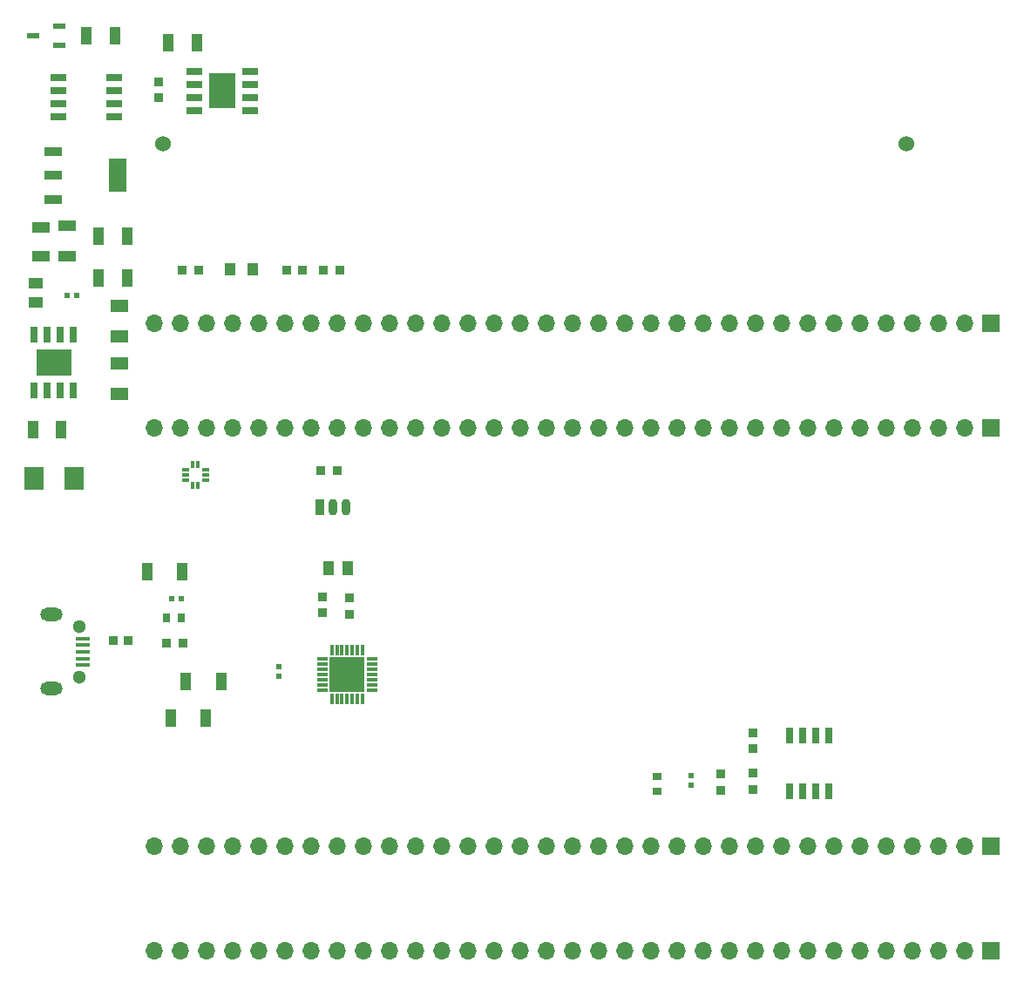
<source format=gbr>
%TF.GenerationSoftware,KiCad,Pcbnew,(6.0.2-0)*%
%TF.CreationDate,2022-03-20T10:30:07+02:00*%
%TF.ProjectId,main,6d61696e-2e6b-4696-9361-645f70636258,rev?*%
%TF.SameCoordinates,Original*%
%TF.FileFunction,Soldermask,Bot*%
%TF.FilePolarity,Negative*%
%FSLAX46Y46*%
G04 Gerber Fmt 4.6, Leading zero omitted, Abs format (unit mm)*
G04 Created by KiCad (PCBNEW (6.0.2-0)) date 2022-03-20 10:30:07*
%MOMM*%
%LPD*%
G01*
G04 APERTURE LIST*
%ADD10R,1.700000X1.700000*%
%ADD11O,1.700000X1.700000*%
%ADD12C,1.524000*%
%ADD13R,0.650000X1.525000*%
%ADD14R,0.950000X0.900000*%
%ADD15R,0.900000X0.950000*%
%ADD16R,1.750000X0.950000*%
%ADD17R,1.750000X3.200000*%
%ADD18R,0.864000X0.806000*%
%ADD19R,1.701000X1.208000*%
%ADD20R,1.050000X1.820000*%
%ADD21R,1.100000X1.700000*%
%ADD22R,1.525000X0.700000*%
%ADD23R,2.513000X3.402000*%
%ADD24R,1.400000X0.400000*%
%ADD25C,1.300000*%
%ADD26O,2.200000X1.300000*%
%ADD27R,0.620000X0.600000*%
%ADD28R,1.820000X1.050000*%
%ADD29R,1.750000X1.050000*%
%ADD30R,1.000000X0.300000*%
%ADD31R,0.300000X1.000000*%
%ADD32R,3.350000X3.350000*%
%ADD33R,0.600000X0.620000*%
%ADD34R,0.900000X1.600000*%
%ADD35O,0.900000X1.600000*%
%ADD36R,1.900000X2.200000*%
%ADD37R,0.700000X1.525000*%
%ADD38R,3.402000X2.513000*%
%ADD39R,1.450000X1.000000*%
%ADD40R,1.525000X0.650000*%
%ADD41R,0.300000X0.800000*%
%ADD42R,0.800000X0.300000*%
%ADD43R,0.940000X0.730000*%
%ADD44R,1.000000X1.250000*%
%ADD45R,1.000000X1.450000*%
%ADD46R,1.200000X0.600000*%
%ADD47R,0.730000X0.940000*%
G04 APERTURE END LIST*
D10*
%TO.C,J2*%
X185280000Y-75610000D03*
D11*
X182740000Y-75610000D03*
X180200000Y-75610000D03*
X177660000Y-75610000D03*
X175120000Y-75610000D03*
X172580000Y-75610000D03*
X170040000Y-75610000D03*
X167500000Y-75610000D03*
X164960000Y-75610000D03*
X162420000Y-75610000D03*
X159880000Y-75610000D03*
X157340000Y-75610000D03*
X154800000Y-75610000D03*
X152260000Y-75610000D03*
X149720000Y-75610000D03*
X147180000Y-75610000D03*
X144640000Y-75610000D03*
X142100000Y-75610000D03*
X139560000Y-75610000D03*
X137020000Y-75610000D03*
X134480000Y-75610000D03*
X131940000Y-75610000D03*
X129400000Y-75610000D03*
X126860000Y-75610000D03*
X124320000Y-75610000D03*
X121780000Y-75610000D03*
X119240000Y-75610000D03*
X116700000Y-75610000D03*
X114160000Y-75610000D03*
X111620000Y-75610000D03*
X109080000Y-75610000D03*
X106540000Y-75610000D03*
X104000000Y-75610000D03*
%TD*%
D10*
%TO.C,J1*%
X185280000Y-65450000D03*
D11*
X182740000Y-65450000D03*
X180200000Y-65450000D03*
X177660000Y-65450000D03*
X175120000Y-65450000D03*
X172580000Y-65450000D03*
X170040000Y-65450000D03*
X167500000Y-65450000D03*
X164960000Y-65450000D03*
X162420000Y-65450000D03*
X159880000Y-65450000D03*
X157340000Y-65450000D03*
X154800000Y-65450000D03*
X152260000Y-65450000D03*
X149720000Y-65450000D03*
X147180000Y-65450000D03*
X144640000Y-65450000D03*
X142100000Y-65450000D03*
X139560000Y-65450000D03*
X137020000Y-65450000D03*
X134480000Y-65450000D03*
X131940000Y-65450000D03*
X129400000Y-65450000D03*
X126860000Y-65450000D03*
X124320000Y-65450000D03*
X121780000Y-65450000D03*
X119240000Y-65450000D03*
X116700000Y-65450000D03*
X114160000Y-65450000D03*
X111620000Y-65450000D03*
X109080000Y-65450000D03*
X106540000Y-65450000D03*
X104000000Y-65450000D03*
%TD*%
D10*
%TO.C,J4*%
X185280000Y-126410000D03*
D11*
X182740000Y-126410000D03*
X180200000Y-126410000D03*
X177660000Y-126410000D03*
X175120000Y-126410000D03*
X172580000Y-126410000D03*
X170040000Y-126410000D03*
X167500000Y-126410000D03*
X164960000Y-126410000D03*
X162420000Y-126410000D03*
X159880000Y-126410000D03*
X157340000Y-126410000D03*
X154800000Y-126410000D03*
X152260000Y-126410000D03*
X149720000Y-126410000D03*
X147180000Y-126410000D03*
X144640000Y-126410000D03*
X142100000Y-126410000D03*
X139560000Y-126410000D03*
X137020000Y-126410000D03*
X134480000Y-126410000D03*
X131940000Y-126410000D03*
X129400000Y-126410000D03*
X126860000Y-126410000D03*
X124320000Y-126410000D03*
X121780000Y-126410000D03*
X119240000Y-126410000D03*
X116700000Y-126410000D03*
X114160000Y-126410000D03*
X111620000Y-126410000D03*
X109080000Y-126410000D03*
X106540000Y-126410000D03*
X104000000Y-126410000D03*
%TD*%
D12*
%TO.C,BT1*%
X177110000Y-48000000D03*
X104890000Y-48000000D03*
%TD*%
D10*
%TO.C,J3*%
X185280000Y-116250000D03*
D11*
X182740000Y-116250000D03*
X180200000Y-116250000D03*
X177660000Y-116250000D03*
X175120000Y-116250000D03*
X172580000Y-116250000D03*
X170040000Y-116250000D03*
X167500000Y-116250000D03*
X164960000Y-116250000D03*
X162420000Y-116250000D03*
X159880000Y-116250000D03*
X157340000Y-116250000D03*
X154800000Y-116250000D03*
X152260000Y-116250000D03*
X149720000Y-116250000D03*
X147180000Y-116250000D03*
X144640000Y-116250000D03*
X142100000Y-116250000D03*
X139560000Y-116250000D03*
X137020000Y-116250000D03*
X134480000Y-116250000D03*
X131940000Y-116250000D03*
X129400000Y-116250000D03*
X126860000Y-116250000D03*
X124320000Y-116250000D03*
X121780000Y-116250000D03*
X119240000Y-116250000D03*
X116700000Y-116250000D03*
X114160000Y-116250000D03*
X111620000Y-116250000D03*
X109080000Y-116250000D03*
X106540000Y-116250000D03*
X104000000Y-116250000D03*
%TD*%
D13*
%TO.C,U3*%
X165735000Y-105517400D03*
X167005000Y-105517400D03*
X168275000Y-105517400D03*
X169545000Y-105517400D03*
X169545000Y-110941400D03*
X168275000Y-110941400D03*
X167005000Y-110941400D03*
X165735000Y-110941400D03*
%TD*%
D14*
%TO.C,R13*%
X123000000Y-93750000D03*
X123000000Y-92150000D03*
%TD*%
D15*
%TO.C,R11*%
X106800000Y-96500000D03*
X105200000Y-96500000D03*
%TD*%
D16*
%TO.C,IC4*%
X94182400Y-53379400D03*
X94182400Y-51079400D03*
X94182400Y-48779400D03*
D17*
X100482400Y-51079400D03*
%TD*%
D18*
%TO.C,R10*%
X162204400Y-106756200D03*
X162204400Y-105250200D03*
%TD*%
D19*
%TO.C,R3*%
X100600000Y-63792000D03*
X100600000Y-66750000D03*
%TD*%
D20*
%TO.C,C4*%
X100214400Y-37490400D03*
X97434400Y-37490400D03*
%TD*%
%TO.C,C8*%
X101390000Y-56946800D03*
X98610000Y-56946800D03*
%TD*%
D21*
%TO.C,D6*%
X105650000Y-103800000D03*
X109050000Y-103800000D03*
%TD*%
D22*
%TO.C,IC3*%
X107938000Y-44755000D03*
X107938000Y-43485000D03*
X107938000Y-42215000D03*
X107938000Y-40945000D03*
X113362000Y-40945000D03*
X113362000Y-42215000D03*
X113362000Y-43485000D03*
X113362000Y-44755000D03*
D23*
X110650000Y-42850000D03*
%TD*%
D24*
%TO.C,U4*%
X97077000Y-98658200D03*
X97077000Y-98008200D03*
X97077000Y-97358200D03*
X97077000Y-96708200D03*
X97077000Y-96058200D03*
D25*
X96705000Y-94933200D03*
D26*
X94035000Y-93758200D03*
X94035000Y-100958200D03*
D25*
X96705000Y-99783200D03*
%TD*%
D14*
%TO.C,R8*%
X159054800Y-109258200D03*
X159054800Y-110858200D03*
%TD*%
D15*
%TO.C,D1*%
X116898000Y-60248800D03*
X118398000Y-60248800D03*
%TD*%
D21*
%TO.C,D4*%
X106750000Y-89550000D03*
X103350000Y-89550000D03*
%TD*%
D27*
%TO.C,C12*%
X116150000Y-98800000D03*
X116150000Y-99720000D03*
%TD*%
D28*
%TO.C,C3*%
X93000000Y-56110000D03*
X93000000Y-58890000D03*
%TD*%
D14*
%TO.C,D8*%
X120400000Y-93550000D03*
X120400000Y-92050000D03*
%TD*%
D21*
%TO.C,D5*%
X110500000Y-100250000D03*
X107100000Y-100250000D03*
%TD*%
D29*
%TO.C,R5*%
X95550000Y-56000000D03*
X95550000Y-58900000D03*
%TD*%
D30*
%TO.C,IC5*%
X120358200Y-101068000D03*
X120358200Y-100568000D03*
X120358200Y-100068000D03*
X120358200Y-99568000D03*
X120358200Y-99068000D03*
X120358200Y-98568000D03*
X120358200Y-98068000D03*
D31*
X121258200Y-97168000D03*
X121758200Y-97168000D03*
X122258200Y-97168000D03*
X122758200Y-97168000D03*
X123258200Y-97168000D03*
X123758200Y-97168000D03*
X124258200Y-97168000D03*
D30*
X125158200Y-98068000D03*
X125158200Y-98568000D03*
X125158200Y-99068000D03*
X125158200Y-99568000D03*
X125158200Y-100068000D03*
X125158200Y-100568000D03*
X125158200Y-101068000D03*
D31*
X124258200Y-101968000D03*
X123758200Y-101968000D03*
X123258200Y-101968000D03*
X122758200Y-101968000D03*
X122258200Y-101968000D03*
X121758200Y-101968000D03*
X121258200Y-101968000D03*
D32*
X122758200Y-99568000D03*
%TD*%
D33*
%TO.C,C5*%
X96450000Y-62700000D03*
X95530000Y-62700000D03*
%TD*%
D14*
%TO.C,R9*%
X162179000Y-110769400D03*
X162179000Y-109169400D03*
%TD*%
D34*
%TO.C,U1*%
X120142000Y-83341690D03*
D35*
X121412000Y-83341690D03*
X122682000Y-83341690D03*
%TD*%
D36*
%TO.C,L1*%
X92350000Y-80500000D03*
X96250000Y-80500000D03*
%TD*%
D19*
%TO.C,R4*%
X100600000Y-69350000D03*
X100600000Y-72308000D03*
%TD*%
D37*
%TO.C,IC2*%
X96155000Y-71962000D03*
X94885000Y-71962000D03*
X93615000Y-71962000D03*
X92345000Y-71962000D03*
X92345000Y-66538000D03*
X93615000Y-66538000D03*
X94885000Y-66538000D03*
X96155000Y-66538000D03*
D38*
X94250000Y-69250000D03*
%TD*%
D39*
%TO.C,R6*%
X92500000Y-61550000D03*
X92500000Y-63450000D03*
%TD*%
D40*
%TO.C,IC1*%
X100121000Y-41529000D03*
X100121000Y-42799000D03*
X100121000Y-44069000D03*
X100121000Y-45339000D03*
X94697000Y-45339000D03*
X94697000Y-44069000D03*
X94697000Y-42799000D03*
X94697000Y-41529000D03*
%TD*%
D41*
%TO.C,U2*%
X107776200Y-79187800D03*
X108276200Y-79187800D03*
D42*
X108976200Y-79687800D03*
X108976200Y-80187800D03*
X108976200Y-80687800D03*
D41*
X108276200Y-81187800D03*
X107776200Y-81187800D03*
D42*
X107076200Y-80687800D03*
X107076200Y-80187800D03*
X107076200Y-79687800D03*
%TD*%
D43*
%TO.C,C6*%
X152857200Y-109499400D03*
X152857200Y-110919400D03*
%TD*%
D27*
%TO.C,C10*%
X156210000Y-109372400D03*
X156210000Y-110292400D03*
%TD*%
D14*
%TO.C,R7*%
X104400000Y-43550000D03*
X104400000Y-41950000D03*
%TD*%
D15*
%TO.C,D7*%
X100000000Y-96250000D03*
X101500000Y-96250000D03*
%TD*%
D20*
%TO.C,C7*%
X101390000Y-61061600D03*
X98610000Y-61061600D03*
%TD*%
%TO.C,C1*%
X92220000Y-75750000D03*
X95000000Y-75750000D03*
%TD*%
D15*
%TO.C,C9*%
X121793000Y-79781400D03*
X120193000Y-79781400D03*
%TD*%
%TO.C,R1*%
X122079400Y-60248800D03*
X120479400Y-60248800D03*
%TD*%
D44*
%TO.C,D2*%
X113545200Y-60223400D03*
X111345200Y-60223400D03*
%TD*%
D20*
%TO.C,C2*%
X108150000Y-38150000D03*
X105370000Y-38150000D03*
%TD*%
D45*
%TO.C,R12*%
X122850000Y-89250000D03*
X120950000Y-89250000D03*
%TD*%
D46*
%TO.C,Q1*%
X94750000Y-36550000D03*
X94750000Y-38450000D03*
X92250000Y-37500000D03*
%TD*%
D15*
%TO.C,R2*%
X106700000Y-60274200D03*
X108300000Y-60274200D03*
%TD*%
D47*
%TO.C,C11*%
X105208000Y-94056200D03*
X106628000Y-94056200D03*
%TD*%
D33*
%TO.C,C13*%
X105687800Y-92176600D03*
X106607800Y-92176600D03*
%TD*%
M02*

</source>
